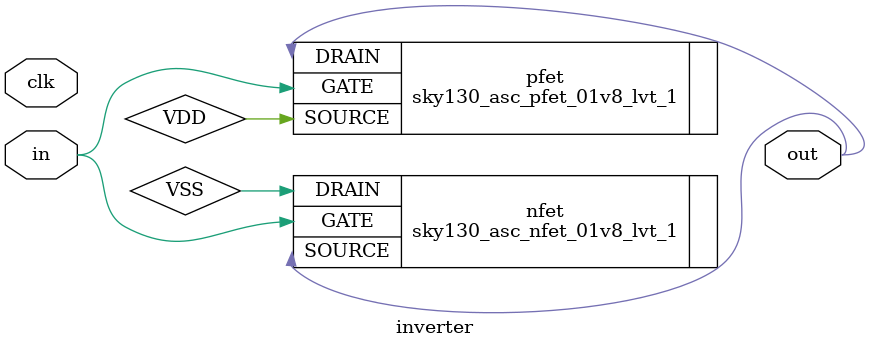
<source format=v>
module inverter (
    input clk,
    input in,
    output out
);
sky130_asc_pfet_01v8_lvt_1 pfet(
    .GATE(in),
    .SOURCE(VDD),
    .DRAIN(out)
);
sky130_asc_nfet_01v8_lvt_1 nfet(
    .GATE(in),
    .SOURCE(out),
    .DRAIN(VSS)
);
endmodule
</source>
